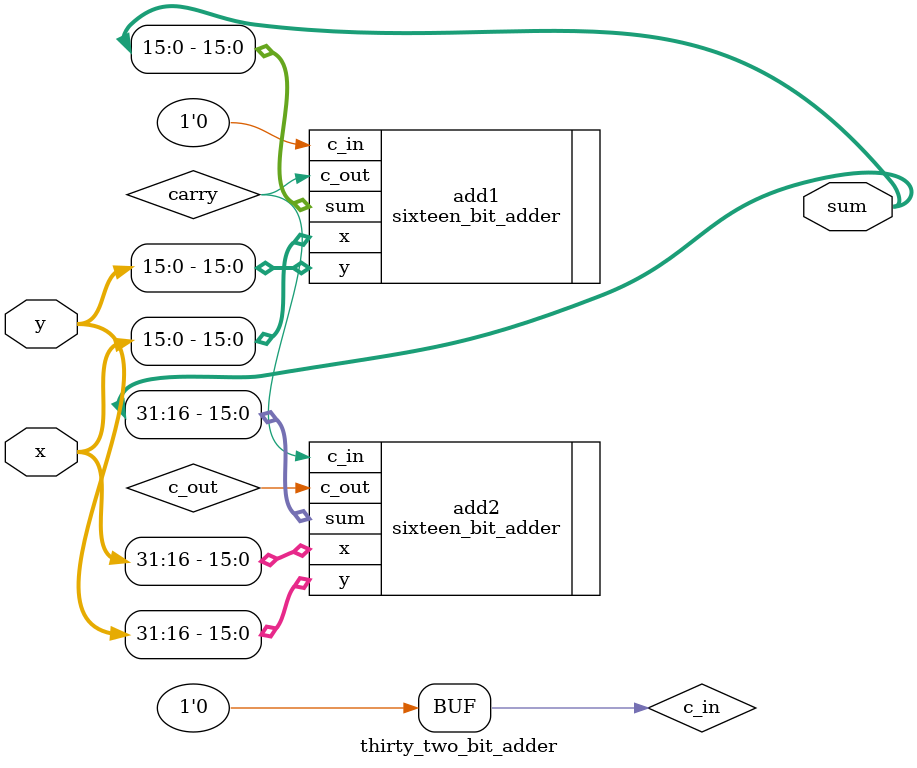
<source format=v>
`timescale 1ns / 1ps

module thirty_two_bit_adder(input wire [31:0] x, input wire [31:0] y, /*input wire c_in, */output wire [31:0] sum/*, output wire c_out*/);

//input [31:0]x;
//input [31:0]y;
//input c_in;
//output [31:0]sum;
//output c_out;

wire carry; //a wire for the carry bewteen sixteen bit adders
wire c_out;
reg c_in;

parameter zero=0;
initial begin
    c_in=zero;
end

sixteen_bit_adder add1(.x(x[15:0]), .y(y[15:0]), .c_in(c_in), .sum(sum[15:0]), .c_out(carry));
sixteen_bit_adder add2(.x(x[31:16]), .y(y[31:16]), .c_in(carry), .sum(sum[31:16]), .c_out(c_out));

endmodule
</source>
